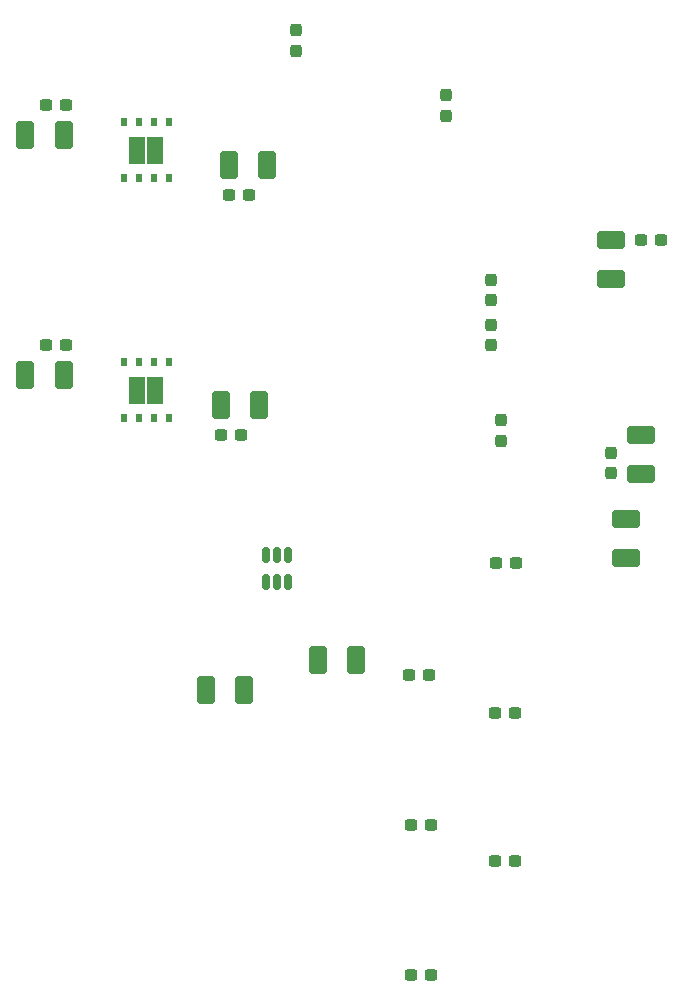
<source format=gbr>
%TF.GenerationSoftware,KiCad,Pcbnew,7.0.7*%
%TF.CreationDate,2023-11-02T14:39:43+09:00*%
%TF.ProjectId,tangnano20k-vectrex,74616e67-6e61-46e6-9f32-306b2d766563,rev?*%
%TF.SameCoordinates,Original*%
%TF.FileFunction,Paste,Top*%
%TF.FilePolarity,Positive*%
%FSLAX46Y46*%
G04 Gerber Fmt 4.6, Leading zero omitted, Abs format (unit mm)*
G04 Created by KiCad (PCBNEW 7.0.7) date 2023-11-02 14:39:43*
%MOMM*%
%LPD*%
G01*
G04 APERTURE LIST*
G04 Aperture macros list*
%AMRoundRect*
0 Rectangle with rounded corners*
0 $1 Rounding radius*
0 $2 $3 $4 $5 $6 $7 $8 $9 X,Y pos of 4 corners*
0 Add a 4 corners polygon primitive as box body*
4,1,4,$2,$3,$4,$5,$6,$7,$8,$9,$2,$3,0*
0 Add four circle primitives for the rounded corners*
1,1,$1+$1,$2,$3*
1,1,$1+$1,$4,$5*
1,1,$1+$1,$6,$7*
1,1,$1+$1,$8,$9*
0 Add four rect primitives between the rounded corners*
20,1,$1+$1,$2,$3,$4,$5,0*
20,1,$1+$1,$4,$5,$6,$7,0*
20,1,$1+$1,$6,$7,$8,$9,0*
20,1,$1+$1,$8,$9,$2,$3,0*%
G04 Aperture macros list end*
%ADD10RoundRect,0.250001X-0.499999X-0.924999X0.499999X-0.924999X0.499999X0.924999X-0.499999X0.924999X0*%
%ADD11RoundRect,0.237500X0.300000X0.237500X-0.300000X0.237500X-0.300000X-0.237500X0.300000X-0.237500X0*%
%ADD12RoundRect,0.250001X0.499999X0.924999X-0.499999X0.924999X-0.499999X-0.924999X0.499999X-0.924999X0*%
%ADD13RoundRect,0.237500X-0.237500X0.300000X-0.237500X-0.300000X0.237500X-0.300000X0.237500X0.300000X0*%
%ADD14RoundRect,0.250001X-0.924999X0.499999X-0.924999X-0.499999X0.924999X-0.499999X0.924999X0.499999X0*%
%ADD15RoundRect,0.237500X0.237500X-0.300000X0.237500X0.300000X-0.237500X0.300000X-0.237500X-0.300000X0*%
%ADD16R,0.558800X0.800000*%
%ADD17RoundRect,0.237500X-0.300000X-0.237500X0.300000X-0.237500X0.300000X0.237500X-0.300000X0.237500X0*%
%ADD18RoundRect,0.250001X0.924999X-0.499999X0.924999X0.499999X-0.924999X0.499999X-0.924999X-0.499999X0*%
%ADD19RoundRect,0.150000X0.150000X-0.512500X0.150000X0.512500X-0.150000X0.512500X-0.150000X-0.512500X0*%
G04 APERTURE END LIST*
%TO.C,U8*%
G36*
X32920000Y-37936500D02*
G01*
X31570600Y-37936500D01*
X31570600Y-35723500D01*
X32920000Y-35723500D01*
X32920000Y-37936500D01*
G37*
G36*
X34469400Y-37936500D02*
G01*
X33120000Y-37936500D01*
X33120000Y-35723500D01*
X34469400Y-35723500D01*
X34469400Y-37936500D01*
G37*
%TO.C,U7*%
G36*
X32920000Y-17616500D02*
G01*
X31570600Y-17616500D01*
X31570600Y-15403500D01*
X32920000Y-15403500D01*
X32920000Y-17616500D01*
G37*
G36*
X34469400Y-17616500D02*
G01*
X33120000Y-17616500D01*
X33120000Y-15403500D01*
X34469400Y-15403500D01*
X34469400Y-17616500D01*
G37*
%TD*%
D10*
%TO.C,C2*%
X47550000Y-59690000D03*
X50800000Y-59690000D03*
%TD*%
D11*
%TO.C,C9*%
X57150000Y-86360000D03*
X55425000Y-86360000D03*
%TD*%
D12*
%TO.C,C20*%
X42620000Y-38100000D03*
X39370000Y-38100000D03*
%TD*%
D13*
%TO.C,C34*%
X62230000Y-31295000D03*
X62230000Y-33020000D03*
%TD*%
D11*
%TO.C,C8*%
X57150000Y-73660000D03*
X55425000Y-73660000D03*
%TD*%
D14*
%TO.C,C3*%
X73660000Y-47752000D03*
X73660000Y-51002000D03*
%TD*%
D15*
%TO.C,C29*%
X63092500Y-41095000D03*
X63092500Y-39370000D03*
%TD*%
D12*
%TO.C,C14*%
X43255000Y-17780000D03*
X40005000Y-17780000D03*
%TD*%
D16*
%TO.C,U8*%
X31115000Y-39179500D03*
X32385000Y-39179500D03*
X33655000Y-39179500D03*
X34925000Y-39179500D03*
X34925000Y-34436000D03*
X33655000Y-34436000D03*
X32385000Y-34436000D03*
X31115000Y-34436000D03*
%TD*%
D12*
%TO.C,C1*%
X41350000Y-62230000D03*
X38100000Y-62230000D03*
%TD*%
D11*
%TO.C,C21*%
X26262500Y-33020000D03*
X24537500Y-33020000D03*
%TD*%
D13*
%TO.C,C24*%
X58420000Y-11837500D03*
X58420000Y-13562500D03*
%TD*%
D15*
%TO.C,C31*%
X72390000Y-43815000D03*
X72390000Y-42090000D03*
%TD*%
D14*
%TO.C,C36*%
X72390000Y-24130000D03*
X72390000Y-27380000D03*
%TD*%
D16*
%TO.C,U7*%
X31115000Y-18859500D03*
X32385000Y-18859500D03*
X33655000Y-18859500D03*
X34925000Y-18859500D03*
X34925000Y-14116000D03*
X33655000Y-14116000D03*
X32385000Y-14116000D03*
X31115000Y-14116000D03*
%TD*%
D11*
%TO.C,C7*%
X56970000Y-60960000D03*
X55245000Y-60960000D03*
%TD*%
%TO.C,C4*%
X64362500Y-51435000D03*
X62637500Y-51435000D03*
%TD*%
%TO.C,C17*%
X26262500Y-12700000D03*
X24537500Y-12700000D03*
%TD*%
D17*
%TO.C,C37*%
X74930000Y-24130000D03*
X76655000Y-24130000D03*
%TD*%
D11*
%TO.C,C6*%
X64262000Y-76708000D03*
X62537000Y-76708000D03*
%TD*%
%TO.C,C5*%
X64262000Y-64135000D03*
X62537000Y-64135000D03*
%TD*%
D18*
%TO.C,C30*%
X74930000Y-43890000D03*
X74930000Y-40640000D03*
%TD*%
D11*
%TO.C,C22*%
X41095000Y-40640000D03*
X39370000Y-40640000D03*
%TD*%
D13*
%TO.C,C23*%
X45720000Y-6350000D03*
X45720000Y-8075000D03*
%TD*%
D19*
%TO.C,U1*%
X43180000Y-53075000D03*
X44130000Y-53075000D03*
X45080000Y-53075000D03*
X45080000Y-50800000D03*
X44130000Y-50800000D03*
X43180000Y-50800000D03*
%TD*%
D12*
%TO.C,C19*%
X26035000Y-35560000D03*
X22785000Y-35560000D03*
%TD*%
D11*
%TO.C,C18*%
X41730000Y-20320000D03*
X40005000Y-20320000D03*
%TD*%
D13*
%TO.C,C33*%
X62230000Y-27485000D03*
X62230000Y-29210000D03*
%TD*%
D12*
%TO.C,C13*%
X26035000Y-15240000D03*
X22785000Y-15240000D03*
%TD*%
M02*

</source>
